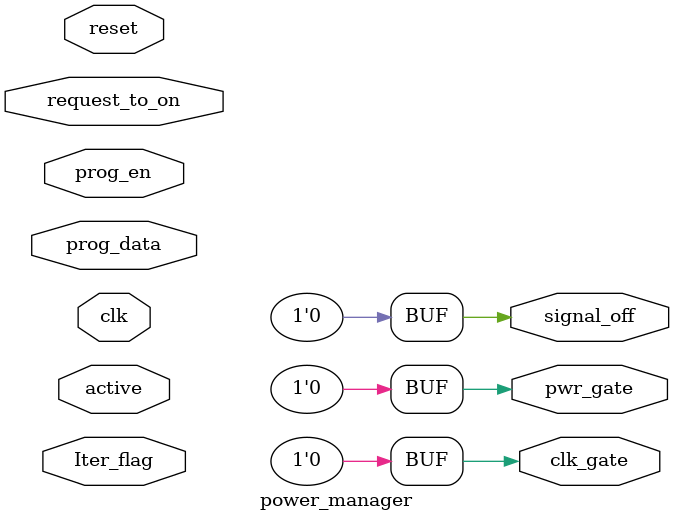
<source format=v>

`define NO_PM
module power_manager    #(parameter 	DATA_WIDTH = 32, 
										SLOTS = 20,
										POWER_TICK_RESOLUTION = 2000,
										WAKE_UP_LATENCY = 200,
										ACTIVITY_DETECT = 50) 
(
    input clk,
    input reset,
	input [1:0] Iter_flag,
    input [DATA_WIDTH-1:0] prog_data,
	input prog_en,
    input request_to_on,
	input active,
    
    output clk_gate,
    output pwr_gate,
    output signal_off
); 

reg [2:0] power_states [0 : SLOTS - 1];
reg [7:0] pointer;
reg [11:0] tick_counter;

integer j;

localparam ON_STATE = 3'b000; // 0
localparam PWR_GATE_STATE = 3'b011; // 3
localparam CLK_GATE_STATE = 3'b010; //2
localparam WAKE_UP_STATE = 3'b001;//1
localparam CLK_GATE_BUT_ON_STATE = 3'b111; //7
localparam PWR_GATE_BUT_ON_STATE = 3'b101;
reg [2:0] c_state;
reg [2:0] n_state;


localparam CLK_GATE_WAIT = 2;
localparam PWR_GATE_WAIT = 5000;
localparam PWR_GATE_WAIT_MED  = 150;
localparam PWR_GATE_WAIT_LONG = 10000;

reg [CLK_GATE_WAIT - 1 : 0] short_idle_detect;
reg [PWR_GATE_WAIT_LONG - 1 : 0] long_idle_detect;
wire we_can_clk_gate;
wire we_can_pwr_gate;
wire we_can_pwr_gate_med;
wire we_can_pwr_gate_long;
always @ (posedge clk)
begin
	if (reset) begin
		short_idle_detect <= 1;
	end
	else begin
		short_idle_detect <= 	((active | request_to_on) == 0) ? {short_idle_detect[CLK_GATE_WAIT - 2 : 0] , 1'b0} :
								{short_idle_detect[CLK_GATE_WAIT - 2 : 0] , 1'b1}; 
	end
end

always @ (posedge clk)
begin
	if (reset) begin
		long_idle_detect <= 1;
	end
	else begin
		
		`ifdef NATIVE_PM

		long_idle_detect <= 	(((c_state == WAKE_UP_STATE)| active | request_to_on) == 0) ? {long_idle_detect[PWR_GATE_WAIT_LONG - 2 : 0] , 1'b0} :
								{long_idle_detect[PWR_GATE_WAIT_LONG - 2 : 0] , 1'b1}; 

		`else
		long_idle_detect <= 	((active | request_to_on) == 0) ? {long_idle_detect[PWR_GATE_WAIT_LONG - 2 : 0] , 1'b0} :
								{long_idle_detect[PWR_GATE_WAIT_LONG - 2 : 0] , 1'b1}; 
			
		`endif
	end
end

assign we_can_clk_gate       = ~(| short_idle_detect);
assign we_can_pwr_gate       = ~(| long_idle_detect[PWR_GATE_WAIT - 1 :0]);
assign we_can_pwr_gate_med   = ~(| long_idle_detect[PWR_GATE_WAIT_MED - 1 :0]);
assign we_can_pwr_gate_long  = ~(| long_idle_detect);



always @ (posedge clk)
begin
	if (reset) begin
		pointer <= 0;
	end
	else begin
		pointer <= 	(Iter_flag == 0) ? 0:
					(pointer >= (SLOTS)) ? 0:// TODO // 
					((tick_counter >= POWER_TICK_RESOLUTION - 1) && (pointer < SLOTS - 1))?
					//(tick_counter >= POWER_TICK_RESOLUTION - 1)?
					(pointer + 1) : pointer;				 
	end
end

/*
reg router_activity_detect;
reg [6:0] active_ticks;

always @ (posedge CLK)
begin
	if (reset) begin
		active_ticks <= 0;
	end
	else begin
		active_ticks <= (Iter_flag == 0) ? 0:
						(active_ticks == ACTIVITY_DETECT - 1)? 0:
						active_ticks + 1;				 
	end
end


always @ (posedge CLK)
begin	
	if (reset) begin
		router_activity_detect <= 0;
	end

	else begin
		router_activity_detect <= 	(Iter_flag == 0) ? 0:
						 			(active_ticks == ACTIVITY_DETECT - 1)? 0: 
									router_activity_detect ? 1 : active;
								 
	end

end
*/

reg [7:0] wake_up_counter;

always @(posedge clk)
begin
	if (reset)
		wake_up_counter <= 0;
	else
		case (c_state)

			WAKE_UP_STATE: begin
				if (wake_up_counter <= (WAKE_UP_LATENCY - 1))
						wake_up_counter <= wake_up_counter + 1;
			end
			PWR_GATE_BUT_ON_STATE: begin
				if (wake_up_counter <= (WAKE_UP_LATENCY - 1))
						wake_up_counter <= wake_up_counter + 1;
			end
			default:
				wake_up_counter <= 0;

		endcase
end


always @(posedge clk)
begin
	if (reset) begin
		for (j = 0; j < SLOTS; j = j + 1) begin
				power_states[j] <= ON_STATE;
		end
	end
	else if (prog_en) begin
		power_states[prog_data[15:0]] <= prog_data[31:16];
	end
	
end


always @(posedge clk)
begin
	if (reset | (Iter_flag == 0)) begin
		tick_counter <= 0;
	end
	else if (tick_counter == POWER_TICK_RESOLUTION - 1) begin
		tick_counter <= 0;
	end
	else begin
		tick_counter <= tick_counter + 1;
	end
end

`ifdef NATIVE_PM
always @(posedge clk)
begin
	if(reset) begin
		c_state <= ON_STATE;
	end	
	else begin
		c_state <= n_state;
	end
end

/*
always @ (*)
begin
	case (c_state)

		ON_STATE : begin
			if ((Iter_flag == 0) || request_to_on || active || (~we_can_pwr_gate) || ( ~we_can_clk_gate)) // TODO
				n_state = ON_STATE;
			else if ((power_states[pointer] == PWR_GATE_STATE) && (~we_can_pwr_gate)) // TODO
				n_state = ON_STATE;
			else
				n_state = power_states[pointer];
		end
		
		PWR_GATE_STATE : begin
			if ((request_to_on) | (Iter_flag == 0)|(power_states[pointer] != PWR_GATE_STATE))  
				//n_state = PWR_GATE_BUT_ON_STATE;
				n_state = WAKE_UP_STATE;
			else
				n_state = power_states[pointer];
		end

		CLK_GATE_STATE : begin
			if (Iter_flag == 0)
				n_state = ON_STATE;
			else
				n_state = power_states[pointer];
		end

		WAKE_UP_STATE : begin
			n_state = ((wake_up_counter >= WAKE_UP_LATENCY - 1) ) ? ON_STATE
							: WAKE_UP_STATE;
		end
	
		
		default:
			n_state = ON_STATE;

	endcase
end
*/
always @ (*)
begin
	case (c_state)

		ON_STATE : begin
			if (we_can_clk_gate)
				n_state = CLK_GATE_STATE;
			/*
			else if (we_can_pwr_gate && (power_states[pointer] == PWR_GATE_STATE))
				n_state = PWR_GATE_STATE;
			else if (we_can_pwr_gate_med && (power_states[pointer] == CLK_GATE_STATE))
				n_state = PWR_GATE_STATE;
			else if (we_can_pwr_gate_long && (power_states[pointer] == ON_STATE))
				n_state = PWR_GATE_STATE;
			*/
			else if (we_can_pwr_gate_long && ((power_states[pointer] == ON_STATE) || (power_states[pointer] == CLK_GATE_STATE) || (power_states[pointer] == PWR_GATE_STATE)) )
				n_state = PWR_GATE_STATE;
			else if (we_can_pwr_gate_med && ((power_states[pointer] == CLK_GATE_STATE) || (power_states[pointer] == PWR_GATE_STATE)) )
				n_state = PWR_GATE_STATE;
			else if (we_can_pwr_gate && (power_states[pointer] == PWR_GATE_STATE))
				n_state = PWR_GATE_STATE;
			else
				n_state = ON_STATE;
		end
		
		PWR_GATE_STATE : begin
			if (request_to_on) 
				n_state = WAKE_UP_STATE;
			//else if (power_states[pointer] == ON_STATE)
			//	n_state = WAKE_UP_STATE;
			else
				n_state = PWR_GATE_STATE;
		end

		CLK_GATE_STATE : begin
			if (request_to_on)
				n_state = ON_STATE;
			
			/*
			else if (we_can_pwr_gate && (power_states[pointer] == PWR_GATE_STATE))
				n_state = PWR_GATE_STATE;
			else if (we_can_pwr_gate_med && (power_states[pointer] == CLK_GATE_STATE))
				n_state = PWR_GATE_STATE;
			else if (we_can_pwr_gate_long && (power_states[pointer] == ON_STATE))
				n_state = PWR_GATE_STATE;
			*/
			else if (we_can_pwr_gate_long && ((power_states[pointer] == ON_STATE) || (power_states[pointer] == CLK_GATE_STATE) || (power_states[pointer] == PWR_GATE_STATE)) )
				n_state = PWR_GATE_STATE;
			else if (we_can_pwr_gate_med && ((power_states[pointer] == CLK_GATE_STATE) || (power_states[pointer] == PWR_GATE_STATE)) )
				n_state = PWR_GATE_STATE;
			else if (we_can_pwr_gate && (power_states[pointer] == PWR_GATE_STATE))
				n_state = PWR_GATE_STATE;
			else
				n_state = CLK_GATE_STATE;
		end

		WAKE_UP_STATE : begin
			n_state = ((wake_up_counter >= WAKE_UP_LATENCY - 1) ) ? ON_STATE
							: WAKE_UP_STATE;
			end
		
		default:
			n_state = ON_STATE;

	endcase
end

assign clk_gate = (c_state == CLK_GATE_STATE) & (~active) & (we_can_clk_gate);
                                                                                                                                                                             
assign pwr_gate = ((c_state == PWR_GATE_STATE) & (~active) & (we_can_pwr_gate) ) ? 1 : 0;

//assign clk_gate = (((c_state == CLK_GATE_STATE) && (~active)) || ((c_state == ON_STATE) & we_can_clk_gate & (~active) )) 
															  //|| ((c_state == CLK_GATE_BUT_ON_STATE) & we_can_clk_gate & (~active) )//);
															  //|| ((c_state == PWR_GATE_BUT_ON_STATE) & we_can_clk_gate & (~active)));

//assign pwr_gate = (c_state == PWR_GATE_STATE) && (~active) && (we_can_pwr_gate);

//assign pwr_gate = 0;

//assign pwr_gate = ((c_state == PWR_GATE_STATE) & (~active) & (we_can_pwr_gate) ) ? 1 : 0;
//assign pwr_gate = (c_state == PWR_GATE_STATE) && (we_can_pwr_gate);
//assign pwr_gate = (c_state == PWR_GATE_STATE) && (~active);
//assign signal_off = clk_gate | pwr_gate | (c_state == WAKE_UP_STATE)|((c_state == PWR_GATE_BUT_ON_STATE) && (wake_up_counter < WAKE_UP_LATENCY-1));
assign signal_off = clk_gate || pwr_gate || (c_state == WAKE_UP_STATE);

`elsif NO_PM


assign clk_gate = 0;
assign pwr_gate = 0;
assign signal_off = 0;


`else
always @(posedge clk)
begin
	if(reset) begin
		c_state <= ON_STATE;
	end	
	else begin
		c_state <= n_state;
	end
end


always @ (*)
begin
	case (c_state)

		ON_STATE : begin
			if (we_can_clk_gate)
				n_state = CLK_GATE_STATE;
			else if (we_can_pwr_gate)
				n_state = PWR_GATE_STATE;
			else
				n_state = ON_STATE;
		end
		
		PWR_GATE_STATE : begin
			if (request_to_on) 
				n_state = WAKE_UP_STATE;
			else
				n_state = PWR_GATE_STATE;
		end

		CLK_GATE_STATE : begin
			if (request_to_on)
				n_state = ON_STATE;
			else if (we_can_pwr_gate)
				n_state = PWR_GATE_STATE;
			else
				n_state = CLK_GATE_STATE;
		end

		WAKE_UP_STATE : begin
			n_state = ((wake_up_counter >= WAKE_UP_LATENCY - 1) ) ? ON_STATE
							: WAKE_UP_STATE;
			end
		
		default:
			n_state = ON_STATE;

	endcase
end



                                                                                                             
assign clk_gate = (c_state == CLK_GATE_STATE) & (~active) & (we_can_clk_gate);
//assign clk_gate = 0;                                                                                                                                                                               
assign pwr_gate = ((c_state == PWR_GATE_STATE) & (~active) & (we_can_pwr_gate) ) ? 1 : 0;
//assign pwr_gate = 0;
assign signal_off = clk_gate | pwr_gate | (c_state == WAKE_UP_STATE);

`endif
//assign pwr_gate = ((c_state == PWR_GATE_STATE) & (~active) ) ? 1 : 0;
/*
assign signal_off = ((c_state == CLK_GATE_STATE) | 
					 (c_state == PWR_GATE_STATE) |
					 (c_state == WAKE_UP_STATE)  |
					 ((c_state == PWR_GATE_BUT_ON_STATE) && (wake_up_counter < WAKE_UP_LATENCY-1)) )? 1 :0;
*/		

endmodule

</source>
